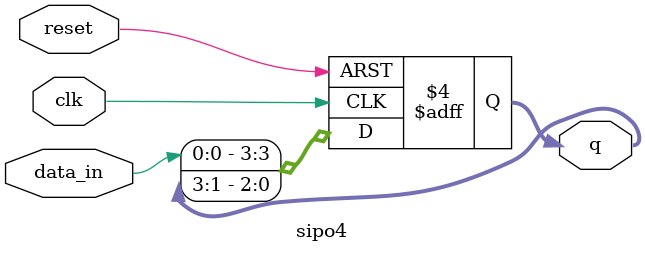
<source format=v>
`timescale 1ns / 1ps
module sipo4(clk,reset,data_in,q);
input clk, reset, data_in;
output reg [3:0] q;

integer i;

always @ (negedge reset or posedge clk) begin
	if(~reset)
		q <= 4'b0000;
	else begin
		for(i = 0; i<=2; i = i+1) begin
			q[i] <= q[i+1];
		end
		q[3] <= data_in;
	end
end

endmodule

</source>
